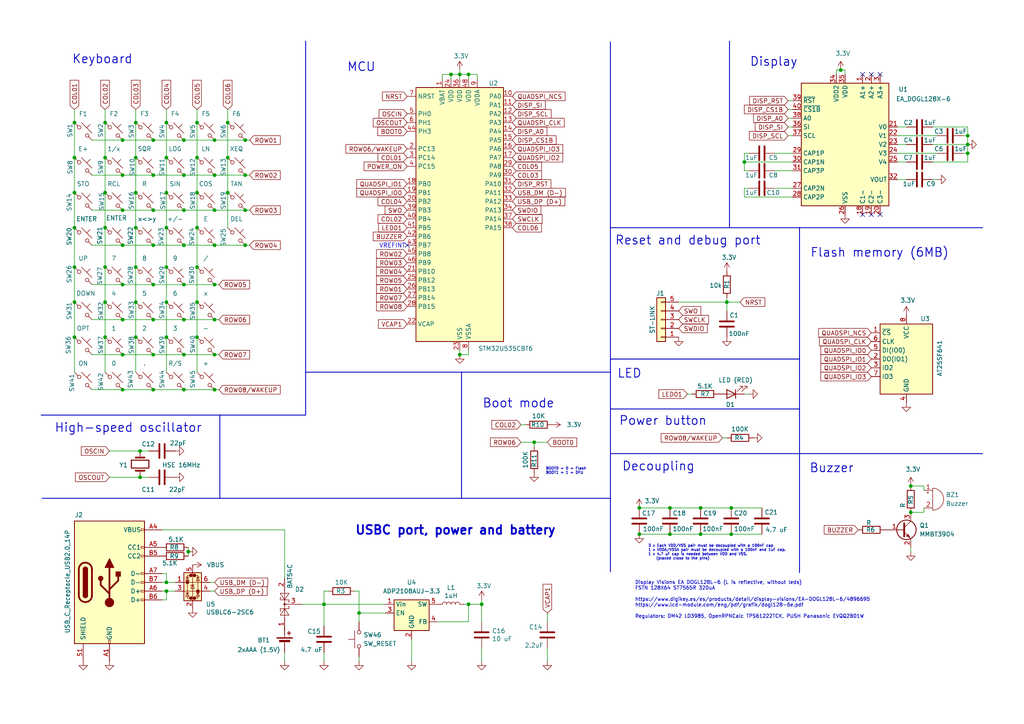
<source format=kicad_sch>
(kicad_sch (version 20231120) (generator "eeschema") (generator_version "8.0")
  (paper "A4")
  (title_block (title "DM50 Calculator") (date "2023-01-13") (rev "0.1"))
  (junction (at 154.94 128.27))
  (junction (at 54.61 160.02))
  (junction (at 185.42 154.94))
  (junction (at 62.23 92.71))
  (junction (at 39.37 35.56))
  (junction (at 71.12 40.64))
  (junction (at 57.15 66.04))
  (junction (at 35.56 92.71))
  (junction (at 48.26 87.63))
  (junction (at 53.34 60.96))
  (junction (at 66.04 45.72))
  (junction (at 30.48 35.56))
  (junction (at 57.15 45.72))
  (junction (at 280.67 44.45))
  (junction (at 62.23 50.8))
  (junction (at 39.37 87.63))
  (junction (at 39.37 45.72))
  (junction (at 133.35 102.87))
  (junction (at 44.45 102.87))
  (junction (at 44.45 82.55))
  (junction (at 194.31 154.94))
  (junction (at 203.2 147.32))
  (junction (at 264.16 148.59))
  (junction (at 71.12 50.8))
  (junction (at 130.81 21.59))
  (junction (at 48.26 77.47))
  (junction (at 30.48 45.72))
  (junction (at 39.37 66.04))
  (junction (at 53.34 50.8))
  (junction (at 57.15 97.79))
  (junction (at 48.26 168.91))
  (junction (at 133.35 21.59))
  (junction (at 48.26 66.04))
  (junction (at 71.12 71.12))
  (junction (at 280.67 39.37))
  (junction (at 48.26 35.56))
  (junction (at 35.56 102.87))
  (junction (at 30.48 55.88))
  (junction (at 93.98 175.26))
  (junction (at 57.15 77.47))
  (junction (at 62.23 102.87))
  (junction (at 104.14 177.8))
  (junction (at 135.89 21.59))
  (junction (at 48.26 45.72))
  (junction (at 185.42 147.32))
  (junction (at 139.7 175.26))
  (junction (at 35.56 71.12))
  (junction (at 48.26 97.79))
  (junction (at 40.64 130.81))
  (junction (at 66.04 55.88))
  (junction (at 53.34 82.55))
  (junction (at 57.15 35.56))
  (junction (at 62.23 113.03))
  (junction (at 39.37 55.88))
  (junction (at 135.89 175.26))
  (junction (at 215.9 46.99))
  (junction (at 39.37 97.79))
  (junction (at 35.56 50.8))
  (junction (at 53.34 92.71))
  (junction (at 35.56 113.03))
  (junction (at 62.23 71.12))
  (junction (at 243.84 20.32))
  (junction (at 280.67 41.91))
  (junction (at 21.59 77.47))
  (junction (at 44.45 50.8))
  (junction (at 212.09 147.32))
  (junction (at 210.82 87.63))
  (junction (at 30.48 77.47))
  (junction (at 21.59 45.72))
  (junction (at 21.59 87.63))
  (junction (at 30.48 66.04))
  (junction (at 21.59 35.56))
  (junction (at 62.23 60.96))
  (junction (at 62.23 40.64))
  (junction (at 53.34 102.87))
  (junction (at 40.64 138.43))
  (junction (at 264.16 140.97))
  (junction (at 21.59 66.04))
  (junction (at 44.45 71.12))
  (junction (at 57.15 55.88))
  (junction (at 48.26 171.45))
  (junction (at 203.2 154.94))
  (junction (at 44.45 40.64))
  (junction (at 35.56 82.55))
  (junction (at 35.56 40.64))
  (junction (at 39.37 77.47))
  (junction (at 53.34 113.03))
  (junction (at 44.45 60.96))
  (junction (at 53.34 71.12))
  (junction (at 44.45 92.71))
  (junction (at 48.26 55.88))
  (junction (at 66.04 35.56))
  (junction (at 62.23 82.55))
  (junction (at 35.56 60.96))
  (junction (at 44.45 113.03))
  (junction (at 194.31 147.32))
  (junction (at 21.59 97.79))
  (junction (at 57.15 87.63))
  (junction (at 30.48 87.63))
  (junction (at 71.12 60.96))
  (junction (at 53.34 40.64))
  (junction (at 212.09 154.94))
  (junction (at 30.48 97.79))
  (junction (at 21.59 55.88))
  (no_connect (at 255.27 62.23))
  (no_connect (at 255.27 21.59))
  (no_connect (at 252.73 21.59))
  (no_connect (at 118.11 71.12))
  (no_connect (at 252.73 62.23))
  (no_connect (at 250.19 62.23))
  (no_connect (at 250.19 21.59))
  (wire (pts (xy 44.45 113.03) (xy 53.34 113.03)))
  (wire (pts (xy 243.84 20.32) (xy 245.11 20.32)))
  (wire (pts (xy 35.56 60.96) (xy 44.45 60.96)))
  (wire (pts (xy 39.37 55.88) (xy 39.37 66.04)))
  (wire (pts (xy 62.23 40.64) (xy 71.12 40.64)))
  (wire (pts (xy 39.37 66.04) (xy 39.37 77.47)))
  (wire (pts (xy 35.56 71.12) (xy 44.45 71.12)))
  (wire (pts (xy 21.59 45.72) (xy 21.59 55.88)))
  (wire (pts (xy 53.34 40.64) (xy 62.23 40.64)))
  (wire (pts (xy 44.45 60.96) (xy 53.34 60.96)))
  (wire (pts (xy 30.48 66.04) (xy 30.48 77.47)))
  (wire (pts (xy 57.15 31.75) (xy 57.15 35.56)))
  (wire (pts (xy 212.09 147.32) (xy 220.98 147.32)))
  (wire (pts (xy 228.6 29.21) (xy 229.87 29.21)))
  (wire (pts (xy 21.59 87.63) (xy 21.59 97.79)))
  (wire (pts (xy 260.35 46.99) (xy 262.89 46.99)))
  (wire (pts (xy 54.61 160.02) (xy 54.61 161.29)))
  (wire (pts (xy 62.23 60.96) (xy 71.12 60.96)))
  (wire (pts (xy 139.7 173.99) (xy 139.7 175.26)))
  (wire (pts (xy 53.34 50.8) (xy 62.23 50.8)))
  (polyline (pts (xy 231.902 131.572) (xy 231.902 108.712)) (stroke (width 0.254)))
  (wire (pts (xy 194.31 154.94) (xy 203.2 154.94)))
  (wire (pts (xy 53.34 60.96) (xy 62.23 60.96)))
  (polyline (pts (xy 231.902 166.116) (xy 231.902 131.572)) (stroke (width 0.254)))
  (wire (pts (xy 46.99 173.99) (xy 48.26 173.99)))
  (wire (pts (xy 280.67 39.37) (xy 280.67 41.91)))
  (wire (pts (xy 267.97 142.24) (xy 267.97 140.97)))
  (wire (pts (xy 21.59 31.75) (xy 21.59 35.56)))
  (wire (pts (xy 264.16 148.59) (xy 267.97 148.59)))
  (wire (pts (xy 260.35 39.37) (xy 271.78 39.37)))
  (polyline (pts (xy 177.038 144.526) (xy 177.038 145.034)))
  (wire (pts (xy 62.23 92.71) (xy 63.5 92.71)))
  (wire (pts (xy 270.51 36.83) (xy 280.67 36.83)))
  (wire (pts (xy 46.99 171.45) (xy 48.26 171.45)))
  (wire (pts (xy 224.79 44.45) (xy 229.87 44.45)))
  (wire (pts (xy 130.81 21.59) (xy 133.35 21.59)))
  (wire (pts (xy 60.96 168.91) (xy 62.23 168.91)))
  (wire (pts (xy 104.14 171.45) (xy 104.14 177.8)))
  (wire (pts (xy 48.26 77.47) (xy 48.26 87.63)))
  (wire (pts (xy 217.17 44.45) (xy 215.9 44.45)))
  (wire (pts (xy 95.25 171.45) (xy 93.98 171.45)))
  (wire (pts (xy 57.15 55.88) (xy 57.15 66.04)))
  (wire (pts (xy 66.04 45.72) (xy 66.04 55.88)))
  (wire (pts (xy 30.48 31.75) (xy 30.48 35.56)))
  (wire (pts (xy 39.37 97.79) (xy 39.37 107.95)))
  (wire (pts (xy 280.67 36.83) (xy 280.67 39.37)))
  (wire (pts (xy 35.56 82.55) (xy 44.45 82.55)))
  (wire (pts (xy 128.27 21.59) (xy 130.81 21.59)))
  (wire (pts (xy 39.37 77.47) (xy 39.37 87.63)))
  (wire (pts (xy 139.7 191.77) (xy 139.7 187.96)))
  (wire (pts (xy 35.56 40.64) (xy 44.45 40.64)))
  (wire (pts (xy 210.82 86.36) (xy 210.82 87.63)))
  (wire (pts (xy 260.35 44.45) (xy 271.78 44.45)))
  (wire (pts (xy 280.67 46.99) (xy 270.51 46.99)))
  (wire (pts (xy 26.67 60.96) (xy 35.56 60.96)))
  (wire (pts (xy 264.16 140.97) (xy 267.97 140.97)))
  (wire (pts (xy 30.48 35.56) (xy 30.48 45.72)))
  (wire (pts (xy 66.04 31.75) (xy 66.04 35.56)))
  (wire (pts (xy 39.37 31.75) (xy 39.37 35.56)))
  (wire (pts (xy 151.13 128.27) (xy 154.94 128.27)))
  (wire (pts (xy 196.85 87.63) (xy 210.82 87.63)))
  (wire (pts (xy 104.14 171.45) (xy 102.87 171.45)))
  (wire (pts (xy 210.82 87.63) (xy 214.63 87.63)))
  (wire (pts (xy 215.9 46.99) (xy 215.9 49.53)))
  (wire (pts (xy 133.35 21.59) (xy 135.89 21.59)))
  (polyline (pts (xy 177.038 118.618) (xy 231.902 118.618)) (stroke (width 0.254)))
  (wire (pts (xy 135.89 175.26) (xy 139.7 175.26)))
  (wire (pts (xy 66.04 35.56) (xy 66.04 45.72)))
  (wire (pts (xy 215.9 49.53) (xy 217.17 49.53)))
  (polyline (pts (xy 63.754 120.396) (xy 63.754 144.526)) (stroke (width 0.254)))
  (wire (pts (xy 21.59 77.47) (xy 21.59 87.63)))
  (wire (pts (xy 87.63 175.26) (xy 93.98 175.26)))
  (wire (pts (xy 199.39 114.3) (xy 200.66 114.3)))
  (wire (pts (xy 62.23 82.55) (xy 63.5 82.55)))
  (wire (pts (xy 154.94 128.27) (xy 158.75 128.27)))
  (wire (pts (xy 139.7 180.34) (xy 139.7 175.26)))
  (wire (pts (xy 245.11 20.32) (xy 245.11 21.59)))
  (wire (pts (xy 93.98 175.26) (xy 111.76 175.26)))
  (wire (pts (xy 21.59 55.88) (xy 21.59 66.04)))
  (polyline (pts (xy 177.038 66.04) (xy 211.328 66.04)) (stroke (width 0.254)))
  (wire (pts (xy 185.42 147.32) (xy 194.31 147.32)))
  (wire (pts (xy 270.51 41.91) (xy 280.67 41.91)))
  (wire (pts (xy 194.31 147.32) (xy 203.2 147.32)))
  (wire (pts (xy 26.67 82.55) (xy 35.56 82.55)))
  (wire (pts (xy 135.89 175.26) (xy 135.89 180.34)))
  (wire (pts (xy 134.62 175.26) (xy 135.89 175.26)))
  (wire (pts (xy 215.9 44.45) (xy 215.9 46.99)))
  (wire (pts (xy 93.98 171.45) (xy 93.98 175.26)))
  (wire (pts (xy 135.89 101.6) (xy 135.89 102.87)))
  (polyline (pts (xy 177.038 120.396) (xy 177.038 120.904)))
  (wire (pts (xy 104.14 177.8) (xy 104.14 180.34)))
  (wire (pts (xy 57.15 87.63) (xy 57.15 97.79)))
  (wire (pts (xy 48.26 31.75) (xy 48.26 35.56)))
  (wire (pts (xy 228.6 31.75) (xy 229.87 31.75)))
  (wire (pts (xy 194.31 154.94) (xy 185.42 154.94)))
  (wire (pts (xy 35.56 50.8) (xy 44.45 50.8)))
  (polyline (pts (xy 231.902 104.14) (xy 231.902 66.04)) (stroke (width 0.254)))
  (wire (pts (xy 62.23 50.8) (xy 71.12 50.8)))
  (wire (pts (xy 57.15 35.56) (xy 57.15 45.72)))
  (wire (pts (xy 57.15 97.79) (xy 57.15 107.95)))
  (wire (pts (xy 93.98 181.61) (xy 93.98 175.26)))
  (wire (pts (xy 212.09 154.94) (xy 220.98 154.94)))
  (wire (pts (xy 71.12 60.96) (xy 72.39 60.96)))
  (wire (pts (xy 21.59 66.04) (xy 21.59 77.47)))
  (wire (pts (xy 271.78 52.07) (xy 270.51 52.07)))
  (wire (pts (xy 60.96 171.45) (xy 62.23 171.45)))
  (wire (pts (xy 35.56 113.03) (xy 44.45 113.03)))
  (wire (pts (xy 71.12 71.12) (xy 72.39 71.12)))
  (wire (pts (xy 26.67 92.71) (xy 35.56 92.71)))
  (wire (pts (xy 48.26 166.37) (xy 48.26 168.91)))
  (wire (pts (xy 279.4 39.37) (xy 280.67 39.37)))
  (wire (pts (xy 26.67 102.87) (xy 35.56 102.87)))
  (wire (pts (xy 93.98 191.77) (xy 93.98 189.23)))
  (wire (pts (xy 57.15 66.04) (xy 57.15 77.47)))
  (wire (pts (xy 133.35 20.32) (xy 133.35 21.59)))
  (wire (pts (xy 48.26 97.79) (xy 48.26 107.95)))
  (wire (pts (xy 62.23 102.87) (xy 63.5 102.87)))
  (polyline (pts (xy 231.902 66.04) (xy 232.156 66.04)))
  (wire (pts (xy 39.37 87.63) (xy 39.37 97.79)))
  (wire (pts (xy 119.38 191.77) (xy 119.38 185.42)))
  (wire (pts (xy 242.57 20.32) (xy 243.84 20.32)))
  (wire (pts (xy 35.56 102.87) (xy 44.45 102.87)))
  (wire (pts (xy 267.97 147.32) (xy 267.97 148.59)))
  (wire (pts (xy 133.35 101.6) (xy 133.35 102.87)))
  (wire (pts (xy 71.12 50.8) (xy 72.39 50.8)))
  (polyline (pts (xy 231.902 104.14) (xy 231.902 108.712)) (stroke (width 0.254)))
  (wire (pts (xy 71.12 40.64) (xy 72.39 40.64)))
  (wire (pts (xy 127 180.34) (xy 135.89 180.34)))
  (wire (pts (xy 53.34 113.03) (xy 62.23 113.03)))
  (wire (pts (xy 228.6 36.83) (xy 229.87 36.83)))
  (wire (pts (xy 53.34 71.12) (xy 62.23 71.12)))
  (wire (pts (xy 48.26 45.72) (xy 48.26 55.88)))
  (wire (pts (xy 53.34 102.87) (xy 62.23 102.87)))
  (polyline (pts (xy 177.038 165.862) (xy 177.038 131.572)) (stroke (width 0.254)))
  (wire (pts (xy 133.35 21.59) (xy 133.35 22.86)))
  (polyline (pts (xy 177.038 131.572) (xy 231.648 131.572)) (stroke (width 0.254)))
  (wire (pts (xy 46.99 166.37) (xy 48.26 166.37)))
  (wire (pts (xy 48.26 171.45) (xy 48.26 173.99)))
  (wire (pts (xy 35.56 92.71) (xy 44.45 92.71)))
  (wire (pts (xy 130.81 21.59) (xy 130.81 22.86)))
  (wire (pts (xy 57.15 77.47) (xy 57.15 87.63)))
  (polyline (pts (xy 211.582 11.938) (xy 211.582 66.04)) (stroke (width 0.254)))
  (wire (pts (xy 21.59 35.56) (xy 21.59 45.72)))
  (polyline (pts (xy 11.938 120.396) (xy 88.646 120.396)) (stroke (width 0.254)))
  (wire (pts (xy 62.23 113.03) (xy 63.5 113.03)))
  (wire (pts (xy 135.89 21.59) (xy 135.89 22.86)))
  (wire (pts (xy 260.35 36.83) (xy 262.89 36.83)))
  (polyline (pts (xy 88.646 12.192) (xy 88.646 12.192)))
  (wire (pts (xy 135.89 21.59) (xy 138.43 21.59)))
  (wire (pts (xy 30.48 87.63) (xy 30.48 97.79)))
  (wire (pts (xy 151.13 123.19) (xy 152.4 123.19)))
  (wire (pts (xy 26.67 40.64) (xy 35.56 40.64)))
  (wire (pts (xy 224.79 49.53) (xy 229.87 49.53)))
  (wire (pts (xy 260.35 41.91) (xy 262.89 41.91)))
  (wire (pts (xy 30.48 55.88) (xy 30.48 66.04)))
  (polyline (pts (xy 133.858 107.95) (xy 133.858 144.526)) (stroke (width 0.254)))
  (wire (pts (xy 31.75 130.81) (xy 40.64 130.81)))
  (wire (pts (xy 280.67 41.91) (xy 280.67 44.45)))
  (polyline (pts (xy 231.902 118.618) (xy 231.902 118.364)))
  (wire (pts (xy 57.15 45.72) (xy 57.15 55.88)))
  (wire (pts (xy 40.64 138.43) (xy 43.18 138.43)))
  (wire (pts (xy 158.75 187.96) (xy 158.75 191.77)))
  (wire (pts (xy 30.48 97.79) (xy 30.48 107.95)))
  (wire (pts (xy 48.26 168.91) (xy 50.8 168.91)))
  (wire (pts (xy 264.16 158.75) (xy 264.16 160.02)))
  (wire (pts (xy 48.26 35.56) (xy 48.26 45.72)))
  (wire (pts (xy 242.57 21.59) (xy 242.57 20.32)))
  (polyline (pts (xy 211.582 66.04) (xy 284.988 66.04)) (stroke (width 0.254)))
  (wire (pts (xy 260.35 52.07) (xy 262.89 52.07)))
  (wire (pts (xy 31.75 138.43) (xy 40.64 138.43)))
  (wire (pts (xy 280.67 44.45) (xy 280.67 46.99)))
  (wire (pts (xy 62.23 71.12) (xy 71.12 71.12)))
  (wire (pts (xy 26.67 113.03) (xy 35.56 113.03)))
  (wire (pts (xy 203.2 154.94) (xy 212.09 154.94)))
  (polyline (pts (xy 88.646 107.95) (xy 177.038 107.95)) (stroke (width 0.254)))
  (wire (pts (xy 228.6 34.29) (xy 229.87 34.29)))
  (wire (pts (xy 210.82 87.63) (xy 210.82 90.17)))
  (wire (pts (xy 39.37 45.72) (xy 39.37 55.88)))
  (polyline (pts (xy 177.038 12.192) (xy 177.038 66.04)) (stroke (width 0.254)))
  (wire (pts (xy 215.9 57.15) (xy 229.87 57.15)))
  (polyline (pts (xy 177.038 104.14) (xy 177.038 66.04)) (stroke (width 0.254)))
  (polyline (pts (xy 12.192 144.526) (xy 177.038 144.526)) (stroke (width 0.254)))
  (wire (pts (xy 82.55 182.88) (xy 82.55 181.61)))
  (polyline (pts (xy 177.038 104.14) (xy 231.902 104.14)) (stroke (width 0.254)))
  (polyline (pts (xy 88.646 11.938) (xy 88.646 120.396)) (stroke (width 0.254)))
  (wire (pts (xy 138.43 21.59) (xy 138.43 22.86)))
  (wire (pts (xy 53.34 82.55) (xy 62.23 82.55)))
  (polyline (pts (xy 231.902 131.572) (xy 284.988 131.572)) (stroke (width 0.254)))
  (wire (pts (xy 104.14 191.77) (xy 104.14 190.5)))
  (wire (pts (xy 209.55 127) (xy 210.82 127)))
  (wire (pts (xy 40.64 130.81) (xy 43.18 130.81)))
  (wire (pts (xy 39.37 35.56) (xy 39.37 45.72)))
  (wire (pts (xy 48.26 171.45) (xy 50.8 171.45)))
  (wire (pts (xy 21.59 97.79) (xy 21.59 107.95)))
  (wire (pts (xy 26.67 71.12) (xy 35.56 71.12)))
  (wire (pts (xy 228.6 39.37) (xy 229.87 39.37)))
  (wire (pts (xy 82.55 153.67) (xy 82.55 167.64)))
  (wire (pts (xy 30.48 77.47) (xy 30.48 87.63)))
  (wire (pts (xy 54.61 158.75) (xy 54.61 160.02)))
  (wire (pts (xy 104.14 177.8) (xy 111.76 177.8)))
  (wire (pts (xy 224.79 54.61) (xy 229.87 54.61)))
  (wire (pts (xy 66.04 55.88) (xy 66.04 66.04)))
  (wire (pts (xy 44.45 40.64) (xy 53.34 40.64)))
  (polyline (pts (xy 177.038 131.318) (xy 177.038 104.14)) (stroke (width 0.254)))
  (wire (pts (xy 48.26 55.88) (xy 48.26 66.04)))
  (wire (pts (xy 44.45 50.8) (xy 53.34 50.8)))
  (wire (pts (xy 26.67 50.8) (xy 35.56 50.8)))
  (wire (pts (xy 44.45 71.12) (xy 53.34 71.12)))
  (wire (pts (xy 82.55 189.23) (xy 82.55 191.77)))
  (wire (pts (xy 82.55 153.67) (xy 46.99 153.67)))
  (polyline (pts (xy 177.038 107.95) (xy 177.038 107.696)) (stroke (width 0.254)))
  (wire (pts (xy 30.48 45.72) (xy 30.48 55.88)))
  (wire (pts (xy 203.2 147.32) (xy 212.09 147.32)))
  (wire (pts (xy 48.26 87.63) (xy 48.26 97.79)))
  (wire (pts (xy 46.99 168.91) (xy 48.26 168.91)))
  (wire (pts (xy 215.9 114.3) (xy 217.17 114.3)))
  (wire (pts (xy 44.45 92.71) (xy 53.34 92.71)))
  (wire (pts (xy 44.45 102.87) (xy 53.34 102.87)))
  (wire (pts (xy 133.35 102.87) (xy 135.89 102.87)))
  (wire (pts (xy 154.94 128.27) (xy 154.94 129.54)))
  (wire (pts (xy 279.4 44.45) (xy 280.67 44.45)))
  (wire (pts (xy 215.9 46.99) (xy 229.87 46.99)))
  (wire (pts (xy 215.9 54.61) (xy 215.9 57.15)))
  (wire (pts (xy 217.17 54.61) (xy 215.9 54.61)))
  (wire (pts (xy 44.45 82.55) (xy 53.34 82.55)))
  (wire (pts (xy 48.26 66.04) (xy 48.26 77.47)))
  (wire (pts (xy 158.75 177.8) (xy 158.75 180.34)))
  (wire (pts (xy 128.27 22.86) (xy 128.27 21.59)))
  (wire (pts (xy 53.34 92.71) (xy 62.23 92.71)))
  (text "High-speed oscillator" (at 15.748 124.206 0) (effects (font (size 2.54 2.54) (thickness 0.254) (bold yes)) (justify left)))
  (text "Reset and debug port" (at 178.308 69.85 0) (effects (font (size 2.54 2.54) (thickness 0.254) (bold yes)) (justify left)))
  (text "BOOT0 = 0 = Flash\nBOOT1 = 1 = DFU" (at 158.242 136.652 0) (effects (font (size 0.762 0.762)) (justify left)))
  (text "LED" (at 186.182 108.458 0) (effects (font (size 2.54 2.54) (thickness 0.254) (bold yes)) (justify right)))
  (text "Decoupling" (at 180.34 135.382 0) (effects (font (size 2.54 2.54) (thickness 0.254) (bold yes)) (justify left)))
  (text "Buzzer" (at 234.696 135.89 0) (effects (font (size 2.54 2.54) (thickness 0.254) (bold yes)) (justify left)))
  (text "VREFINT" (at 113.792 71.374 0) (effects (font (size 1.27 1.27))))
  (text "MCU" (at 100.584 19.558 0) (effects (font (size 2.54 2.54) (thickness 0.254) (bold yes)) (justify left)))
  (text "USBC port, power and battery" (at 102.87 153.924 0) (effects (font (size 2.54 2.54) (thickness 0.508) (bold yes)) (justify left)))
  (text "Keyboard" (at 20.828 17.272 0) (effects (font (size 2.54 2.54) (thickness 0.254) (bold yes)) (justify left)))
  (text "Flash memory (6MB)" (at 234.95 73.406 0) (effects (font (size 2.54 2.54) (thickness 0.254) (bold yes)) (justify left)))
  (text "Display" (at 217.424 18.034 0) (effects (font (size 2.54 2.54) (thickness 0.254) (bold yes)) (justify left)))
  (text "Display Visions EA DOGL128L-6 (L is reflective, without leds)\nFSTN 128X64 ST7565R 320uA\n\nhttps://www.digikey.es/es/products/detail/display-visions/EA-DOGL128L-6/4896695\nhttps://www.lcd-module.com/eng/pdf/grafik/dogl128-6e.pdf\n\nRegulators: DM42 LD3985, OpenRPNCalc TPS61222TCK, PUSH Panasonic EVQQ2B01W" (at 184.15 173.99 0) (effects (font (size 1.016 1.016)) (justify left)))
  (text "Power button" (at 192.278 122.174 0) (effects (font (size 2.54 2.54) (thickness 0.254) (bold yes))))
  (text "Boot mode" (at 150.368 117.094 0) (effects (font (size 2.54 2.54) (thickness 0.254) (bold yes))))
  (text "3 x Each VDD/VSS pair must be decoupled with a 100nF cap\n1 x VDDA/VSSA pair must be decoupled with a 100nF and 1uF cap.\n1 x 4.7 uF cap is needed between VDD and VSS.\n    (placed close to the pins)" (at 187.96 160.274 0) (effects (font (size 0.762 0.762)) (justify left)))
  (global_label "VCAP1" (shape input) (at 118.11 93.98 180) (property "Intersheetrefs" "${INTERSHEET_REFS}" (effects (hide yes))))
  (global_label "QUADSPI_IO0" (shape input) (at 252.73 101.6 180) (property "Intersheetrefs" "${INTERSHEET_REFS}" (effects (hide yes))))
  (global_label "BOOT0" (shape input) (at 158.75 128.27 0) (property "Intersheetrefs" "${INTERSHEET_REFS}" (effects (hide yes))))
  (global_label "BUZZER" (shape input) (at 118.11 68.58 180) (property "Intersheetrefs" "${INTERSHEET_REFS}" (effects (hide yes))))
  (global_label "SWCLK" (shape input) (at 148.59 63.5 0) (property "Intersheetrefs" "${INTERSHEET_REFS}" (effects (hide yes))))
  (global_label "NRST" (shape input) (at 118.11 27.94 180) (property "Intersheetrefs" "${INTERSHEET_REFS}" (effects (hide yes))))
  (global_label "SWDIO" (shape input) (at 196.85 95.25 0) (property "Intersheetrefs" "${INTERSHEET_REFS}" (effects (hide yes))))
  (global_label "COL02" (shape input) (at 30.48 31.75 90) (property "Intersheetrefs" "${INTERSHEET_REFS}" (effects (hide yes))))
  (global_label "QUADSPI_NCS" (shape input) (at 252.73 96.52 180) (property "Intersheetrefs" "${INTERSHEET_REFS}" (effects (hide yes))))
  (global_label "COL06" (shape input) (at 66.04 31.75 90) (property "Intersheetrefs" "${INTERSHEET_REFS}" (effects (hide yes))))
  (global_label "COL06" (shape input) (at 148.59 66.04 0) (property "Intersheetrefs" "${INTERSHEET_REFS}" (effects (hide yes))))
  (global_label "DISP_RST" (shape input) (at 148.59 53.34 0) (property "Intersheetrefs" "${INTERSHEET_REFS}" (effects (hide yes))))
  (global_label "ROW06" (shape input) (at 63.5 92.71 0) (property "Intersheetrefs" "${INTERSHEET_REFS}" (effects (hide yes))))
  (global_label "COL03" (shape input) (at 148.59 50.8 0) (property "Intersheetrefs" "${INTERSHEET_REFS}" (effects (hide yes))))
  (global_label "DISP_CS1B" (shape input) (at 148.59 40.64 0) (property "Intersheetrefs" "${INTERSHEET_REFS}" (effects (hide yes))))
  (global_label "COL01" (shape input) (at 118.11 45.72 180) (property "Intersheetrefs" "${INTERSHEET_REFS}" (effects (hide yes))))
  (global_label "ROW08{slash}WAKEUP" (shape input) (at 209.55 127 180) (property "Intersheetrefs" "${INTERSHEET_REFS}" (effects (hide yes))))
  (global_label "QUADSPI_IO0" (shape input) (at 118.11 55.88 180) (property "Intersheetrefs" "${INTERSHEET_REFS}" (effects (hide yes))))
  (global_label "ROW06{slash}WAKEUP" (shape input) (at 118.11 43.18 180) (property "Intersheetrefs" "${INTERSHEET_REFS}" (effects (hide yes))))
  (global_label "DISP_SI" (shape input) (at 148.59 30.48 0) (property "Intersheetrefs" "${INTERSHEET_REFS}" (effects (hide yes))))
  (global_label "SWO" (shape input) (at 118.11 60.96 180) (property "Intersheetrefs" "${INTERSHEET_REFS}" (effects (hide yes))))
  (global_label "QUADSPI_IO2" (shape input) (at 252.73 106.68 180) (property "Intersheetrefs" "${INTERSHEET_REFS}" (effects (hide yes))))
  (global_label "ROW01" (shape input) (at 118.11 83.82 180) (property "Intersheetrefs" "${INTERSHEET_REFS}" (effects (hide yes))))
  (global_label "COL05" (shape input) (at 148.59 48.26 0) (property "Intersheetrefs" "${INTERSHEET_REFS}" (effects (hide yes))))
  (global_label "OSCOUT" (shape input) (at 31.75 138.43 180) (property "Intersheetrefs" "${INTERSHEET_REFS}" (effects (hide yes))))
  (global_label "USB_DP (D+)" (shape input) (at 62.23 171.45 0) (property "Intersheetrefs" "${INTERSHEET_REFS}" (effects (hide yes))))
  (global_label "QUADSPI_NCS" (shape input) (at 148.59 27.94 0) (property "Intersheetrefs" "${INTERSHEET_REFS}" (effects (hide yes))))
  (global_label "QUADSPI_IO3" (shape input) (at 148.59 43.18 0) (property "Intersheetrefs" "${INTERSHEET_REFS}" (effects (hide yes))))
  (global_label "USB_DM (D-)" (shape input) (at 62.23 168.91 0) (property "Intersheetrefs" "${INTERSHEET_REFS}" (effects (hide yes))))
  (global_label "DISP_RST" (shape input) (at 228.6 29.21 180) (property "Intersheetrefs" "${INTERSHEET_REFS}" (effects (hide yes))))
  (global_label "ROW06" (shape input) (at 151.13 128.27 180) (property "Intersheetrefs" "${INTERSHEET_REFS}" (effects (hide yes))))
  (global_label "OSCOUT" (shape input) (at 118.11 35.56 180) (property "Intersheetrefs" "${INTERSHEET_REFS}" (effects (hide yes))))
  (global_label "USB_DM (D-)" (shape input) (at 148.59 55.88 0) (property "Intersheetrefs" "${INTERSHEET_REFS}" (effects (hide yes))))
  (global_label "ROW04" (shape input) (at 118.11 78.74 180) (property "Intersheetrefs" "${INTERSHEET_REFS}" (effects (hide yes))))
  (global_label "DISP_SI" (shape input) (at 228.6 36.83 180) (property "Intersheetrefs" "${INTERSHEET_REFS}" (effects (hide yes))))
  (global_label "ROW07" (shape input) (at 118.11 86.36 180) (property "Intersheetrefs" "${INTERSHEET_REFS}" (effects (hide yes))))
  (global_label "COL04" (shape input) (at 48.26 31.75 90) (property "Intersheetrefs" "${INTERSHEET_REFS}" (effects (hide yes))))
  (global_label "DISP_A0" (shape input) (at 228.6 34.29 180) (property "Intersheetrefs" "${INTERSHEET_REFS}" (effects (hide yes))))
  (global_label "QUADSPI_IO1" (shape input) (at 118.11 53.34 180) (property "Intersheetrefs" "${INTERSHEET_REFS}" (effects (hide yes))))
  (global_label "VCAP1" (shape input) (at 158.75 177.8 90) (property "Intersheetrefs" "${INTERSHEET_REFS}" (effects (hide yes))))
  (global_label "DISP_SCL" (shape input) (at 148.59 33.02 0) (property "Intersheetrefs" "${INTERSHEET_REFS}" (effects (hide yes))))
  (global_label "COL05" (shape input) (at 57.15 31.75 90) (property "Intersheetrefs" "${INTERSHEET_REFS}" (effects (hide yes))))
  (global_label "BOOT0" (shape input) (at 118.11 38.1 180) (property "Intersheetrefs" "${INTERSHEET_REFS}" (effects (hide yes))))
  (global_label "DISP_SCL" (shape input) (at 228.6 39.37 180) (property "Intersheetrefs" "${INTERSHEET_REFS}" (effects (hide yes))))
  (global_label "ROW08" (shape input) (at 118.11 88.9 180) (property "Intersheetrefs" "${INTERSHEET_REFS}" (effects (hide yes))))
  (global_label "OSCIN" (shape input) (at 118.11 33.02 180) (property "Intersheetrefs" "${INTERSHEET_REFS}" (effects (hide yes))))
  (global_label "QUADSPI_CLK" (shape input) (at 252.73 99.06 180) (property "Intersheetrefs" "${INTERSHEET_REFS}" (effects (hide yes))))
  (global_label "ROW08{slash}WAKEUP" (shape input) (at 63.5 113.03 0) (property "Intersheetrefs" "${INTERSHEET_REFS}" (effects (hide yes))))
  (global_label "ROW05" (shape input) (at 63.5 82.55 0) (property "Intersheetrefs" "${INTERSHEET_REFS}" (effects (hide yes))))
  (global_label "QUADSPI_IO2" (shape input) (at 148.59 45.72 0) (property "Intersheetrefs" "${INTERSHEET_REFS}" (effects (hide yes))))
  (global_label "LED01" (shape input) (at 199.39 114.3 180) (property "Intersheetrefs" "${INTERSHEET_REFS}" (effects (hide yes))))
  (global_label "OSCIN" (shape input) (at 31.75 130.81 180) (property "Intersheetrefs" "${INTERSHEET_REFS}" (effects (hide yes))))
  (global_label "COL04" (shape input) (at 118.11 58.42 180) (property "Intersheetrefs" "${INTERSHEET_REFS}" (effects (hide yes))))
  (global_label "USB_DP (D+)" (shape input) (at 148.59 58.42 0) (property "Intersheetrefs" "${INTERSHEET_REFS}" (effects (hide yes))))
  (global_label "LED01" (shape input) (at 118.11 66.04 180) (property "Intersheetrefs" "${INTERSHEET_REFS}" (effects (hide yes))))
  (global_label "SWCLK" (shape input) (at 196.85 92.71 0) (property "Intersheetrefs" "${INTERSHEET_REFS}" (effects (hide yes))))
  (global_label "ROW07" (shape input) (at 63.5 102.87 0) (property "Intersheetrefs" "${INTERSHEET_REFS}" (effects (hide yes))))
  (global_label "COL03" (shape input) (at 39.37 31.75 90) (property "Intersheetrefs" "${INTERSHEET_REFS}" (effects (hide yes))))
  (global_label "ROW02" (shape input) (at 118.11 73.66 180) (property "Intersheetrefs" "${INTERSHEET_REFS}" (effects (hide yes))))
  (global_label "SWO" (shape input) (at 196.85 90.17 0) (property "Intersheetrefs" "${INTERSHEET_REFS}" (effects (hide yes))))
  (global_label "QUADSPI_CLK" (shape input) (at 148.59 35.56 0) (property "Intersheetrefs" "${INTERSHEET_REFS}" (effects (hide yes))))
  (global_label "DISP_CS1B" (shape input) (at 228.6 31.75 180) (property "Intersheetrefs" "${INTERSHEET_REFS}" (effects (hide yes))))
  (global_label "ROW04" (shape input) (at 72.39 71.12 0) (property "Intersheetrefs" "${INTERSHEET_REFS}" (effects (hide yes))))
  (global_label "NRST" (shape input) (at 214.63 87.63 0) (property "Intersheetrefs" "${INTERSHEET_REFS}" (effects (hide yes))))
  (global_label "ROW02" (shape input) (at 72.39 50.8 0) (property "Intersheetrefs" "${INTERSHEET_REFS}" (effects (hide yes))))
  (global_label "BUZZER" (shape input) (at 248.92 153.67 180) (property "Intersheetrefs" "${INTERSHEET_REFS}" (effects (hide yes))))
  (global_label "SWDIO" (shape input) (at 148.59 60.96 0) (property "Intersheetrefs" "${INTERSHEET_REFS}" (effects (hide yes))))
  (global_label "ROW03" (shape input) (at 72.39 60.96 0) (property "Intersheetrefs" "${INTERSHEET_REFS}" (effects (hide yes))))
  (global_label "ROW01" (shape input) (at 72.39 40.64 0) (property "Intersheetrefs" "${INTERSHEET_REFS}" (effects (hide yes))))
  (global_label "COL01" (shape input) (at 21.59 31.75 90) (property "Intersheetrefs" "${INTERSHEET_REFS}" (effects (hide yes))))
  (global_label "ROW03" (shape input) (at 118.11 76.2 180) (property "Intersheetrefs" "${INTERSHEET_REFS}" (effects (hide yes))))
  (global_label "DISP_A0" (shape input) (at 148.59 38.1 0) (property "Intersheetrefs" "${INTERSHEET_REFS}" (effects (hide yes))))
  (global_label "QUADSPI_IO3" (shape input) (at 252.73 109.22 180) (property "Intersheetrefs" "${INTERSHEET_REFS}" (effects (hide yes))))
  (global_label "COL02" (shape input) (at 151.13 123.19 180) (property "Intersheetrefs" "${INTERSHEET_REFS}" (effects (hide yes))))
  (global_label "QUADSPI_IO1" (shape input) (at 252.73 104.14 180) (property "Intersheetrefs" "${INTERSHEET_REFS}" (effects (hide yes))))
  (global_label "COL02" (shape input) (at 118.11 63.5 180) (property "Intersheetrefs" "${INTERSHEET_REFS}" (effects (hide yes))))
  (global_label "ROW05" (shape input) (at 118.11 81.28 180) (property "Intersheetrefs" "${INTERSHEET_REFS}" (effects (hide yes))))
  (global_label "POWER_ON" (shape input) (at 118.11 48.26 180) (property "Intersheetrefs" "${INTERSHEET_REFS}" (effects (hide yes))))
  (symbol (lib_id "Switch:SW_Push_45deg") (at 59.69 110.49 0) (unit 1)
    (property "Reference" "SW45" (at 55.88 109.982 90))
    (property "Value" "+" (at 59.69 105.41 0))
  )
  (symbol (lib_id "power:+BATT") (at 139.7 173.99 0) (unit 1)
    (property "Reference" "#PWR022" (effects (hide yes)))
    (property "Value" "3.3V" (at 138.176 169.926 0) (effects (justify left)))
  )
  (symbol (lib_id "Display_Graphic:EA_DOGL128X-6") (at 245.11 41.91 0) (unit 1)
    (property "Reference" "U1" (at 260.604 25.908 0) (effects (justify left)))
    (property "Value" "EA_DOGL128X-6" (at 259.842 28.702 0) (effects (justify left)))
    (property "Footprint" "Display:EA_DOGL128-6" (effects (hide yes)))
    (property "Datasheet" "https://www.lcd-module.com/eng/pdf/grafik/dogl128-6e.pdf" (effects (hide yes)))
    (property "Description" "EA DOGL128X-6 Graphical Display 128x64 optional backlight SPI 3.0-3.3V" (effects (hide yes)))
  )
  (symbol (lib_id "power:GND") (at 50.8 138.43 90) (unit 1)
    (property "Reference" "#PWR08" (effects (hide yes)))
    (property "Value" "GND" (effects (hide yes)))
  )
  (symbol (lib_id "Device:C") (at 220.98 44.45 270) (unit 1)
    (property "Reference" "C5" (at 224.282 45.72 90))
    (property "Value" "1uF" (at 217.932 45.72 90))
    (property "Footprint" "Capacitor_SMD:C_0603_1608Metric" (effects (hide yes)))
  )
  (symbol (lib_id "Device:C") (at 275.59 44.45 90) (unit 1)
    (property "Reference" "C6" (at 272.288 43.18 90))
    (property "Value" "1uF" (at 278.638 43.18 90))
    (property "Footprint" "Capacitor_SMD:C_0603_1608Metric" (effects (hide yes)))
  )
  (symbol (lib_id "power:+BATT") (at 185.42 147.32 0) (unit 1)
    (property "Reference" "#PWR026" (effects (hide yes)))
    (property "Value" "3.3V" (at 186.944 145.288 0) (effects (justify left)))
  )
  (symbol (lib_id "Switch:SW_Push_45deg") (at 59.69 80.01 0) (unit 1)
    (property "Reference" "SW30" (at 55.626 79.756 90))
    (property "Value" "/" (at 59.69 74.93 0))
  )
  (symbol (lib_id "Switch:SW_Push_45deg") (at 33.02 110.49 0) (unit 1)
    (property "Reference" "SW42" (at 29.21 110.744 90))
    (property "Value" "0" (at 33.02 105.41 0))
  )
  (symbol (lib_id "power:GND") (at 218.44 127 90) (unit 1)
    (property "Reference" "#PWR032" (effects (hide yes)))
    (property "Value" "GND" (effects (hide yes)))
  )
  (symbol (lib_id "power:GND") (at 154.94 137.16 0) (unit 1)
    (property "Reference" "#PWR033" (effects (hide yes)))
    (property "Value" "GND" (effects (hide yes)))
  )
  (symbol (lib_id "power:+BATT") (at 264.16 140.97 0) (unit 1)
    (property "Reference" "#PWR018" (effects (hide yes)))
    (property "Value" "3.3V" (at 262.636 136.144 0) (effects (justify left)))
  )
  (symbol (lib_id "Device:Buzzer") (at 270.51 144.78 0) (unit 1)
    (property "Reference" "BZ1" (at 274.32 143.5099 0) (effects (justify left)))
    (property "Value" "Buzzer" (at 274.32 146.0499 0) (effects (justify left)))
    (property "Footprint" "Connector:JWT_A3963_1x02_P3.96mm_Vertical" (effects (hide yes)))
    (property "Description" "Buzzer, polarized" (effects (hide yes)))
  )
  (symbol (lib_id "power:GND") (at 93.98 191.77 0) (unit 1)
    (property "Reference" "#PWR023" (effects (hide yes)))
    (property "Value" "GND" (effects (hide yes)))
  )
  (symbol (lib_id "power:GND") (at 210.82 97.79 0) (unit 1)
    (property "Reference" "#PWR05" (effects (hide yes)))
    (property "Value" "GND" (effects (hide yes)))
  )
  (symbol (lib_id "power:GND") (at 31.75 191.77 0) (unit 1)
    (property "Reference" "#PWR029" (effects (hide yes)))
    (property "Value" "GND" (effects (hide yes)))
  )
  (symbol (lib_id "Switch:SW_Push_45deg") (at 33.02 38.1 0) (unit 1)
    (property "Reference" "SW2" (at 29.21 37.846 90))
    (property "Value" "F2" (at 33.02 33.02 0))
  )
  (symbol (lib_id "Switch:SW_Push_45deg") (at 50.8 58.42 0) (unit 1)
    (property "Reference" "SW17" (at 47.244 58.166 90))
    (property "Value" "SIN" (at 50.8 53.34 0))
  )
  (symbol (lib_id "Switch:SW_Push_45deg") (at 41.91 68.58 0) (unit 1)
    (property "Reference" "SW22" (at 37.846 68.326 90))
    (property "Value" "x<>y" (at 42.672 63.5 0))
  )
  (symbol (lib_id "Memory_Flash:W25Q32JVSS") (at 262.89 104.14 0) (unit 1)
    (property "Reference" "U3" (at 266.954 92.456 0) (effects (justify left)))
    (property "Value" "AT25SF641" (at 272.542 109.22 90) (effects (justify left)))
    (property "Footprint" "Package_SO:SOIC-8_5.23x5.23mm_P1.27mm" (effects (hide yes)))
    (property "Datasheet" "http://www.winbond.com/resource-files/w25q32jv%20revg%2003272018%20plus.pdf" (effects (hide yes)))
    (property "Description" "32Mb Serial Flash Memory, Standard/Dual/Quad SPI, SOIC-8" (effects (hide yes)))
  )
  (symbol (lib_id "Device:C") (at 266.7 36.83 90) (unit 1)
    (property "Reference" "C2" (at 263.398 35.56 90))
    (property "Value" "1uF" (at 269.748 35.56 90))
    (property "Footprint" "Capacitor_SMD:C_0603_1608Metric" (effects (hide yes)))
  )
  (symbol (lib_id "Switch:SW_Push_45deg") (at 50.8 100.33 0) (unit 1)
    (property "Reference" "SW39" (at 46.99 100.076 90))
    (property "Value" "3" (at 50.8 95.25 0))
  )
  (symbol (lib_id "MCU_ST_STM32U5:STM32U535CBTx") (at 133.35 63.5 0) (unit 1)
    (property "Reference" "U2" (at 141.732 24.13 0) (effects (justify left)))
    (property "Value" "STM32U535CBT6" (at 138.684 101.092 0) (effects (justify left)))
    (property "Footprint" "Package_QFP:LQFP-48_7x7mm_P0.5mm" (effects (hide yes)))
    (property "Datasheet" "https://www.st.com/resource/en/datasheet/stm32u535cb.pdf" (effects (hide yes)))
    (property "Description" "STMicroelectronics Arm Cortex-M33 MCU, 128KB flash, 274KB RAM, 37 GPIO, LQFP48" (effects (hide yes)))
  )
  (symbol (lib_id "Switch:SW_Push_45deg") (at 68.58 68.58 0) (unit 1)
    (property "Reference" "SW25" (at 64.77 68.834 90))
    (property "Value" "DEL" (at 68.58 63.5 0))
  )
  (symbol (lib_id "power:GND") (at 185.42 154.94 0) (unit 1)
    (property "Reference" "#PWR030" (effects (hide yes)))
    (property "Value" "GND" (effects (hide yes)))
  )
  (symbol (lib_id "Switch:SW_Push_45deg") (at 50.8 90.17 0) (unit 1)
    (property "Reference" "SW34" (at 46.99 89.916 90))
    (property "Value" "6" (at 50.8 85.09 0))
  )
  (symbol (lib_id "Device:C") (at 185.42 151.13 0) (unit 1)
    (property "Reference" "C17" (at 186.182 148.844 0) (effects (justify left)))
    (property "Value" "100nF" (at 186.436 153.416 0) (effects (justify left)))
    (property "Footprint" "Capacitor_SMD:C_0603_1608Metric" (effects (hide yes)))
  )
  (symbol (lib_id "Transistor_BJT:MMBT3904") (at 261.62 153.67 0) (unit 1)
    (property "Reference" "Q1" (at 266.7 152.3999 0) (effects (justify left)))
    (property "Value" "MMBT3904" (at 266.7 154.9399 0) (effects (justify left)))
    (property "Footprint" "Package_TO_SOT_SMD:SOT-23" (effects (hide yes)))
    (property "Datasheet" "https://www.onsemi.com/pdf/datasheet/pzt3904-d.pdf" (effects (hide yes)))
    (property "Description" "0.2A Ic, 40V Vce, Small Signal NPN Transistor, SOT-23" (effects (hide yes)))
  )
  (symbol (lib_id "Switch:SW_Push_45deg") (at 24.13 48.26 0) (unit 1)
    (property "Reference" "SW8" (at 20.32 48.514 90))
    (property "Value" "E+" (at 24.13 43.18 0))
  )
  (symbol (lib_id "Switch:SW_Push_45deg") (at 50.8 110.49 0) (unit 1)
    (property "Reference" "SW44" (at 46.99 109.982 90))
    (property "Value" "R/S" (at 50.8 105.41 0))
  )
  (symbol (lib_id "power:GND") (at 104.14 191.77 0) (unit 1)
    (property "Reference" "#PWR012" (effects (hide yes)))
    (property "Value" "GND" (effects (hide yes)))
  )
  (symbol (lib_id "Device:C") (at 93.98 185.42 0) (unit 1)
    (property "Reference" "C15" (at 89.154 183.134 0) (effects (justify left)))
    (property "Value" "4.7 uF" (at 87.122 188.468 0) (effects (justify left)))
    (property "Footprint" "Capacitor_SMD:C_0603_1608Metric" (effects (hide yes)))
  )
  (symbol (lib_id "Device:R") (at 210.82 82.55 0) (unit 1)
    (property "Reference" "R1" (at 210.82 83.82 90) (effects (justify left)))
    (property "Value" "10k" (at 205.74 82.804 0) (effects (justify left)))
    (property "Footprint" "Resistor_SMD:R_0603_1608Metric" (effects (hide yes)))
  )
  (symbol (lib_id "Switch:SW_Push_45deg") (at 24.13 80.01 0) (unit 1)
    (property "Reference" "SW26" (at 20.066 79.502 90))
    (property "Value" "UP" (at 24.13 74.93 0))
  )
  (symbol (lib_id "Diode:BAT54C") (at 82.55 175.26 90) (unit 1)
    (property "Reference" "D2" (at 86.868 170.942 90))
    (property "Value" "BAT54C" (at 84.074 167.132 0))
    (property "Footprint" "Package_TO_SOT_SMD:SOT-23" (effects (hide yes)))
    (property "Datasheet" "http://www.diodes.com/_files/datasheets/ds11005.pdf" (effects (hide yes)))
    (property "Description" "dual schottky barrier diode, common cathode" (effects (hide yes)))
  )
  (symbol (lib_id "Switch:SW_Push_45deg") (at 50.8 38.1 0) (unit 1)
    (property "Reference" "SW4" (at 46.99 38.1 90))
    (property "Value" "F4" (at 50.8 33.02 0))
  )
  (symbol (lib_id "Device:R") (at 264.16 144.78 0) (unit 1)
    (property "Reference" "R5" (at 264.16 146.304 90) (effects (justify left)))
    (property "Value" "R" (at 261.874 147.32 90) (effects (justify left)))
    (property "Footprint" "Resistor_SMD:R_0603_1608Metric" (effects (hide yes)))
    (property "Description" "Resistor" (effects (hide yes)))
  )
  (symbol (lib_id "Switch:SW_Push") (at 104.14 185.42 90) (unit 1)
    (property "Reference" "SW46" (at 105.41 184.1499 90) (effects (justify right)))
    (property "Value" "SW_RESET" (at 105.41 186.6899 90) (effects (justify right)))
    (property "Description" "Push button switch, generic, two pins" (effects (hide yes)))
  )
  (symbol (lib_id "Device:C") (at 266.7 46.99 90) (unit 1)
    (property "Reference" "C7" (at 263.398 45.72 90))
    (property "Value" "1uF" (at 269.748 45.72 90))
    (property "Footprint" "Capacitor_SMD:C_0603_1608Metric" (effects (hide yes)))
  )
  (symbol (lib_id "Switch:SW_Push_45deg") (at 59.69 58.42 0) (unit 1)
    (property "Reference" "SW18" (at 55.88 58.166 90))
    (property "Value" "COS" (at 59.69 53.34 0))
  )
  (symbol (lib_id "Device:C") (at 220.98 54.61 270) (unit 1)
    (property "Reference" "C10" (at 224.282 55.88 90))
    (property "Value" "1uF" (at 217.932 55.88 90))
    (property "Footprint" "Capacitor_SMD:C_0603_1608Metric" (effects (hide yes)))
  )
  (symbol (lib_id "Switch:SW_Push_45deg") (at 50.8 80.01 0) (unit 1)
    (property "Reference" "SW29" (at 46.99 79.756 90))
    (property "Value" "9" (at 50.8 74.93 0))
  )
  (symbol (lib_id "power:GND") (at 196.85 97.79 0) (unit 1)
    (property "Reference" "#PWR02" (effects (hide yes)))
    (property "Value" "GND" (effects (hide yes)))
  )
  (symbol (lib_id "Switch:SW_Push_45deg") (at 41.91 110.49 0) (unit 1)
    (property "Reference" "SW43" (at 37.846 109.982 90))
    (property "Value" "." (at 41.91 105.41 0))
  )
  (symbol (lib_id "power:GND") (at 217.17 114.3 90) (unit 1)
    (property "Reference" "#PWR019" (effects (hide yes)))
    (property "Value" "GND" (effects (hide yes)))
  )
  (symbol (lib_id "Switch:SW_Push_45deg") (at 50.8 48.26 0) (unit 1)
    (property "Reference" "SW11" (at 46.99 48.514 90))
    (property "Value" "LOG" (at 50.8 43.18 0))
  )
  (symbol (lib_id "Switch:SW_Push_45deg") (at 59.69 68.58 0) (unit 1)
    (property "Reference" "SW24" (at 55.626 68.58 90))
    (property "Value" "E" (at 59.69 63.5 0))
  )
  (symbol (lib_id "Device:C") (at 139.7 184.15 0) (unit 1)
    (property "Reference" "C16" (at 142.6972 182.9816 0) (effects (justify left)))
    (property "Value" "10 uF" (at 142.6972 185.293 0) (effects (justify left)))
    (property "Footprint" "Capacitor_SMD:C_0603_1608Metric" (effects (hide yes)))
  )
  (symbol (lib_id "Device:C") (at 210.82 93.98 0) (unit 1)
    (property "Reference" "C1" (at 211.582 91.44 0) (effects (justify left)))
    (property "Value" "100nF" (at 211.328 96.774 0) (effects (justify left)))
    (property "Footprint" "Capacitor_SMD:C_0603_1608Metric" (effects (hide yes)))
  )
  (symbol (lib_id "Device:C") (at 266.7 52.07 270) (unit 1)
    (property "Reference" "C9" (at 270.002 53.34 90))
    (property "Value" "1uF" (at 263.652 53.34 90))
    (property "Footprint" "Capacitor_SMD:C_0603_1608Metric" (effects (hide yes)))
  )
  (symbol (lib_id "Device:C") (at 46.99 138.43 90) (unit 1)
    (property "Reference" "C11" (at 44.958 141.986 90) (effects (justify left)))
    (property "Value" "22pF" (at 53.848 141.986 90) (effects (justify left)))
    (property "Footprint" "Capacitor_SMD:C_0603_1608Metric" (effects (hide yes)))
  )
  (symbol (lib_id "Power_Protection:USBLC6-2SC6") (at 55.88 168.91 0) (unit 1)
    (property "Reference" "U5" (at 59.69 175.26 0) (effects (justify left)))
    (property "Value" "USBLC6-2SC6" (at 59.69 177.546 0) (effects (justify left)))
    (property "Footprint" "Package_TO_SOT_SMD:SOT-23-6" (effects (hide yes)))
    (property "Datasheet" "https://www.st.com/resource/en/datasheet/usblc6-2.pdf" (effects (hide yes)))
    (property "Description" "Very low capacitance ESD protection diode, 2 data-line, SOT-23-6" (effects (hide yes)))
  )
  (symbol (lib_id "Device:C") (at 194.31 151.13 0) (unit 1)
    (property "Reference" "C18" (at 195.072 148.844 0) (effects (justify left)))
    (property "Value" "100nF" (at 195.072 153.416 0) (effects (justify left)))
    (property "Footprint" "Capacitor_SMD:C_0603_1608Metric" (effects (hide yes)))
  )
  (symbol (lib_id "power:GND") (at 82.55 191.77 0) (unit 1)
    (property "Reference" "#PWR027" (effects (hide yes)))
    (property "Value" "GND" (effects (hide yes)))
  )
  (symbol (lib_id "Switch:SW_Push_45deg") (at 24.13 38.1 0) (unit 1)
    (property "Reference" "SW1" (at 20.32 37.846 90))
    (property "Value" "F1" (at 24.13 33.02 0))
  )
  (symbol (lib_id "Device:L") (at 130.81 175.26 90) (unit 1)
    (property "Reference" "L1" (at 130.81 170.434 90))
    (property "Value" "1uH" (at 130.81 172.7454 90))
    (property "Footprint" "Inductor_SMD:L_0805_2012Metric_Pad1.15x1.40mm_HandSolder" (effects (hide yes)))
  )
  (symbol (lib_id "Device:C") (at 275.59 39.37 90) (unit 1)
    (property "Reference" "C3" (at 272.288 38.1 90))
    (property "Value" "1uF" (at 278.638 38.1 90))
    (property "Footprint" "Capacitor_SMD:C_0603_1608Metric" (effects (hide yes)))
  )
  (symbol (lib_id "Regulator_Switching:ADP2108AUJ-3.3") (at 119.38 177.8 0) (unit 1)
    (property "Reference" "U4" (at 119.38 168.91 0))
    (property "Value" "ADP2108AUJ-3.3" (at 119.38 171.45 0))
    (property "Footprint" "Package_TO_SOT_SMD:TSOT-23-5" (effects (hide yes)))
    (property "Datasheet" "https://www.analog.com/media/en/technical-documentation/data-sheets/ADP2108.pdf" (effects (hide yes)))
    (property "Description" "3MHz switching bucK regulator, 600mA 3.3V output voltage," (effects (hide yes)))
  )
  (symbol (lib_id "Device:R") (at 50.8 161.29 90) (unit 1)
    (property "Reference" "R9" (at 50.546 161.29 90))
    (property "Value" "5.1K" (at 49.276 163.322 90))
    (property "Footprint" "Resistor_SMD:R_0603_1608Metric" (effects (hide yes)))
    (property "Description" "Resistor" (effects (hide yes)))
  )
  (symbol (lib_id "Connector:USB_C_Receptacle_USB2.0_14P") (at 31.75 168.91 0) (unit 1)
    (property "Reference" "J2" (at 22.86 149.352 0))
    (property "Value" "USB_C_Receptacle_USB2.0_14P" (at 19.558 168.656 90))
    (property "Footprint" "Connector_USB:USB_C_Receptacle_GCT_USB4105-xx-A_16P_TopMnt_Horizontal" (effects (hide yes)))
    (property "Datasheet" "https://www.usb.org/sites/default/files/documents/usb_type-c.zip" (effects (hide yes)))
    (property "Description" "USB 2.0-only 14P Type-C Receptacle connector" (effects (hide yes)))
  )
  (symbol (lib_id "Device:LED") (at 212.09 114.3 180) (unit 1)
    (property "Reference" "D1" (at 211.836 117.348 0))
    (property "Value" "LED (RED)" (at 213.36 110.236 0))
    (property "Footprint" "LED_SMD:LED_0603_1608Metric" (effects (hide yes)))
    (property "Description" "Light emitting diode" (effects (hide yes)))
  )
  (symbol (lib_id "Switch:SW_Push_45deg") (at 59.69 90.17 0) (unit 1)
    (property "Reference" "SW35" (at 55.88 90.17 90))
    (property "Value" "x" (at 59.69 85.09 0))
  )
  (symbol (lib_id "Device:C") (at 220.98 151.13 0) (unit 1)
    (property "Reference" "C21" (at 221.742 148.59 0) (effects (justify left)))
    (property "Value" "4.7 uF" (at 221.996 153.67 0) (effects (justify left)))
    (property "Footprint" "Capacitor_SMD:C_0603_1608Metric" (effects (hide yes)))
  )
  (symbol (lib_id "power:GND") (at 280.67 41.91 90) (unit 1)
    (property "Reference" "#PWR06" (effects (hide yes)))
    (property "Value" "GND" (effects (hide yes)))
  )
  (symbol (lib_id "power:GND") (at 271.78 52.07 90) (unit 1)
    (property "Reference" "#PWR07" (effects (hide yes)))
    (property "Value" "GND" (effects (hide yes)))
  )
  (symbol (lib_id "Switch:SW_Push_45deg") (at 33.02 90.17 0) (unit 1)
    (property "Reference" "SW32" (at 29.21 90.17 90))
    (property "Value" "4" (at 33.02 85.09 0))
  )
  (symbol (lib_id "Switch:SW_Push_45deg") (at 41.91 58.42 0) (unit 1)
    (property "Reference" "SW16" (at 38.1 58.166 90))
    (property "Value" "R" (at 41.91 53.34 0))
    (property "Footprint" "Resistor_SMD:R_0603_1608Metric" (effects (hide yes)))
  )
  (symbol (lib_id "Device:Crystal") (at 40.64 134.62 90) (unit 1)
    (property "Reference" "Y1" (at 35.814 134.874 90))
    (property "Value" "HSE 16MHz" (at 52.578 134.874 90))
  )
  (symbol (lib_id "Switch:SW_Push_45deg") (at 41.91 38.1 0) (unit 1)
    (property "Reference" "SW3" (at 38.1 38.1 90))
    (property "Value" "F3" (at 41.91 33.02 0))
  )
  (symbol (lib_id "power:GND") (at 139.7 191.77 0) (unit 1)
    (property "Reference" "#PWR024" (effects (hide yes)))
    (property "Value" "GND" (effects (hide yes)))
  )
  (symbol (lib_id "Switch:SW_Push_45deg") (at 59.69 100.33 0) (unit 1)
    (property "Reference" "SW40" (at 55.88 99.822 90))
    (property "Value" "-" (at 59.69 95.25 0))
  )
  (symbol (lib_id "Switch:SW_Push_45deg") (at 33.02 100.33 0) (unit 1)
    (property "Reference" "SW37" (at 29.21 100.076 90))
    (property "Value" "1" (at 33.02 95.25 0))
  )
  (symbol (lib_id "power:GND") (at 55.88 176.53 0) (unit 1)
    (property "Reference" "#PWR016" (effects (hide yes)))
    (property "Value" "GND" (effects (hide yes)))
  )
  (symbol (lib_id "Device:C") (at 46.99 130.81 90) (unit 1)
    (property "Reference" "C12" (at 44.958 128.778 90) (effects (justify left)))
    (property "Value" "22pF" (at 54.102 128.524 90) (effects (justify left)))
    (property "Footprint" "Capacitor_SMD:C_0603_1608Metric" (effects (hide yes)))
  )
  (symbol (lib_id "Switch:SW_Push_45deg") (at 41.91 48.26 0) (unit 1)
    (property "Reference" "SW10" (at 38.354 48.514 90))
    (property "Value" "SQR" (at 41.91 43.18 0))
  )
  (symbol (lib_id "power:GND") (at 262.89 116.84 0) (unit 1)
    (property "Reference" "#PWR014" (effects (hide yes)))
    (property "Value" "GND" (effects (hide yes)))
  )
  (symbol (lib_id "power:GND") (at 50.8 130.81 90) (unit 1)
    (property "Reference" "#PWR09" (effects (hide yes)))
    (property "Value" "GND" (effects (hide yes)))
  )
  (symbol (lib_id "Switch:SW_Push_45deg") (at 41.91 80.01 0) (unit 1)
    (property "Reference" "SW28" (at 37.846 79.756 90))
    (property "Value" "8" (at 41.91 74.93 0))
  )
  (symbol (lib_id "Switch:SW_Push_45deg") (at 50.8 68.58 0) (unit 1)
    (property "Reference" "SW23" (at 46.736 68.58 90))
    (property "Value" "+/-" (at 50.8 63.5 0))
  )
  (symbol (lib_id "Switch:SW_Push_45deg") (at 33.02 80.01 0) (unit 1)
    (property "Reference" "SW27" (at 28.956 80.01 90))
    (property "Value" "7" (at 33.02 74.93 0))
  )
  (symbol (lib_id "Switch:SW_Push_45deg") (at 59.69 38.1 0) (unit 1)
    (property "Reference" "SW5" (at 55.88 38.1 90))
    (property "Value" "F5" (at 59.69 33.02 0))
  )
  (symbol (lib_id "Device:C") (at 266.7 41.91 90) (unit 1)
    (property "Reference" "C4" (at 263.398 40.64 90))
    (property "Value" "1uF" (at 269.748 40.64 90))
    (property "Footprint" "Capacitor_SMD:C_0603_1608Metric" (effects (hide yes)))
  )
  (symbol (lib_id "Switch:SW_Push_45deg") (at 33.02 48.26 0) (unit 1)
    (property "Reference" "SW9" (at 29.21 48.514 90))
    (property "Value" "1/x" (at 33.02 43.18 0))
  )
  (symbol (lib_id "Switch:SW_Push_45deg") (at 59.69 48.26 0) (unit 1)
    (property "Reference" "SW12" (at 55.88 48.514 90))
    (property "Value" "LN" (at 59.69 43.18 0))
  )
  (symbol (lib_id "power:+BATT") (at 133.35 20.32 0) (unit 1)
    (property "Reference" "#PWR04" (effects (hide yes)))
    (property "Value" "3.3V" (at 131.572 16.256 0) (effects (justify left)))
  )
  (symbol (lib_id "power:+BATT") (at 243.84 20.32 0) (unit 1)
    (property "Reference" "#PWR03" (effects (hide yes)))
    (property "Value" "3.3V" (at 242.316 15.494 0) (effects (justify left)))
  )
  (symbol (lib_id "Switch:SW_Push_45deg") (at 33.02 68.58 0) (unit 1)
    (property "Reference" "SW21" (at 28.956 68.326 90))
    (property "Value" "ENTER" (at 33.782 63.246 0))
  )
  (symbol (lib_id "Device:R") (at 204.47 114.3 90) (unit 1)
    (property "Reference" "R7" (at 204.47 114.3 90))
    (property "Value" "5.1K" (at 204.47 112.014 90))
    (property "Footprint" "Resistor_SMD:R_0603_1608Metric" (effects (hide yes)))
    (property "Description" "Resistor" (effects (hide yes)))
  )
  (symbol (lib_id "Device:C") (at 212.09 151.13 0) (unit 1)
    (property "Reference" "C20" (at 212.852 148.844 0) (effects (justify left)))
    (property "Value" "100nF" (at 212.852 153.416 0) (effects (justify left)))
    (property "Footprint" "Capacitor_SMD:C_0603_1608Metric" (effects (hide yes)))
  )
  (symbol (lib_id "Device:Battery_Cell") (at 82.55 186.69 0) (unit 1)
    (property "Reference" "BT1" (at 74.676 185.674 0) (effects (justify left)))
    (property "Value" "2xAAA (1.5V)" (at 68.834 188.468 0) (effects (justify left)))
    (property "Footprint" "Battery:BatteryHolder_Keystone_2468_2xAAA" (effects (hide yes)))
    (property "Description" "Single-cell battery" (effects (hide yes)))
  )
  (symbol (lib_id "Switch:SW_Push_45deg") (at 68.58 48.26 0) (unit 1)
    (property "Reference" "SW13" (at 64.77 48.514 90))
    (property "Value" "XEQ" (at 68.58 43.18 0))
  )
  (symbol (lib_id "power:+BATT") (at 55.88 163.83 270) (unit 1)
    (property "Reference" "#PWR017" (effects (hide yes)))
    (property "Value" "VBUS" (at 59.944 163.83 90) (effects (justify left)))
  )
  (symbol (lib_id "power:GND") (at 24.13 191.77 0) (unit 1)
    (property "Reference" "#PWR028" (effects (hide yes)))
    (property "Value" "GND" (effects (hide yes)))
  )
  (symbol (lib_id "Device:R") (at 252.73 153.67 90) (unit 1)
    (property "Reference" "R6" (at 252.476 153.67 90))
    (property "Value" "R" (at 251.968 151.638 90))
    (property "Footprint" "Resistor_SMD:R_0603_1608Metric" (effects (hide yes)))
    (property "Description" "Resistor" (effects (hide yes)))
  )
  (symbol (lib_id "Switch:SW_Push_45deg") (at 68.58 58.42 0) (unit 1)
    (property "Reference" "SW19" (at 64.77 58.166 90))
    (property "Value" "TAN" (at 68.58 53.34 0))
  )
  (symbol (lib_id "power:GND") (at 245.11 62.23 0) (unit 1)
    (property "Reference" "#PWR010" (effects (hide yes)))
    (property "Value" "GND" (effects (hide yes)))
  )
  (symbol (lib_id "power:+BATT") (at 210.82 78.74 0) (unit 1)
    (property "Reference" "#PWR01" (effects (hide yes)))
    (property "Value" "3.3V" (at 209.296 74.676 0) (effects (justify left)))
  )
  (symbol (lib_id "power:GND") (at 264.16 160.02 0) (unit 1)
    (property "Reference" "#PWR020" (effects (hide yes)))
    (property "Value" "GND" (effects (hide yes)))
  )
  (symbol (lib_id "Switch:SW_Push_45deg") (at 24.13 100.33 0) (unit 1)
    (property "Reference" "SW36" (at 19.812 100.076 90))
    (property "Value" "OPT" (at 24.13 95.25 0))
  )
  (symbol (lib_id "Device:R") (at 99.06 171.45 90) (unit 1)
    (property "Reference" "R3" (at 98.806 171.45 90))
    (property "Value" "10K" (at 99.06 168.91 90))
    (property "Footprint" "Resistor_SMD:R_0603_1608Metric" (effects (hide yes)))
    (property "Description" "Resistor" (effects (hide yes)))
  )
  (symbol (lib_id "power:GND") (at 119.38 191.77 0) (unit 1)
    (property "Reference" "#PWR025" (effects (hide yes)))
    (property "Value" "GND" (effects (hide yes)))
  )
  (symbol (lib_id "Device:C") (at 203.2 151.13 0) (unit 1)
    (property "Reference" "C19" (at 203.962 148.844 0) (effects (justify left)))
    (property "Value" "100nF" (at 203.708 153.416 0) (effects (justify left)))
    (property "Footprint" "Capacitor_SMD:C_0603_1608Metric" (effects (hide yes)))
  )
  (symbol (lib_id "power:GND") (at 133.35 102.87 0) (unit 1)
    (property "Reference" "#PWR015" (effects (hide yes)))
    (property "Value" "GND" (effects (hide yes)))
  )
  (symbol (lib_id "power:+BATT") (at 160.02 123.19 270) (unit 1)
    (property "Reference" "#PWR034" (effects (hide yes)))
    (property "Value" "3.3V" (at 164.338 123.19 90) (effects (justify left)))
  )
  (symbol (lib_id "Switch:SW_Push_45deg") (at 41.91 100.33 0) (unit 1)
    (property "Reference" "SW38" (at 38.1 100.076 90))
    (property "Value" "2" (at 41.91 95.25 0))
  )
  (symbol (lib_id "Switch:SW_Push_45deg") (at 24.13 68.58 0) (unit 1)
    (property "Reference" "SW20" (at 20.066 68.58 90))
    (property "Value" "ENTER" (at 25.146 63.5 0))
  )
  (symbol (lib_id "Switch:SW_Push_45deg") (at 33.02 58.42 0) (unit 1)
    (property "Reference" "SW15" (at 29.464 58.42 90))
    (property "Value" "RCL" (at 33.02 53.34 0))
  )
  (symbol (lib_id "Switch:SW_Push_45deg") (at 24.13 90.17 0) (unit 1)
    (property "Reference" "SW31" (at 20.066 90.17 90))
    (property "Value" "DOWN" (at 24.892 85.09 0))
  )
  (symbol (lib_id "Device:R") (at 214.63 127 90) (unit 1)
    (property "Reference" "R4" (at 214.376 127 90))
    (property "Value" "100K" (at 214.63 124.46 90))
    (property "Footprint" "Resistor_SMD:R_0603_1608Metric" (effects (hide yes)))
    (property "Description" "Resistor" (effects (hide yes)))
  )
  (symbol (lib_id "Switch:SW_Push_45deg") (at 41.91 90.17 0) (unit 1)
    (property "Reference" "SW33" (at 38.1 89.916 90))
    (property "Value" "5" (at 41.91 85.09 0))
  )
  (symbol (lib_id "Connector_Generic:Conn_01x05") (at 191.77 92.71 180) (unit 1)
    (property "Reference" "J1" (at 191.516 85.09 0))
    (property "Value" "ST-LINK" (at 189.23 92.71 90))
    (property "Description" "Generic connector, single row, 01x05, script generated (kicad-library-utils/schlib/autogen/connector/)" (effects (hide yes)))
  )
  (symbol (lib_id "power:+BATT") (at 262.89 91.44 0) (unit 1)
    (property "Reference" "#PWR011" (effects (hide yes)))
    (property "Value" "3.3V" (at 261.112 87.122 0) (effects (justify left)))
  )
  (symbol (lib_id "Switch:SW_Push_45deg") (at 24.13 58.42 0) (unit 1)
    (property "Reference" "SW14" (at 20.066 58.674 90))
    (property "Value" "STO" (at 24.13 53.34 0))
  )
  (symbol (lib_id "Device:R") (at 50.8 158.75 90) (unit 1)
    (property "Reference" "R8" (at 50.546 158.75 90))
    (property "Value" "5.1K" (at 51.054 156.464 90))
    (property "Footprint" "Resistor_SMD:R_0603_1608Metric" (effects (hide yes)))
    (property "Description" "Resistor" (effects (hide yes)))
  )
  (symbol (lib_id "power:GND") (at 54.61 160.02 90) (unit 1)
    (property "Reference" "#PWR021" (effects (hide yes)))
    (property "Value" "GND" (effects (hide yes)))
  )
  (symbol (lib_id "Device:R") (at 156.21 123.19 90) (unit 1)
    (property "Reference" "R10" (at 155.956 123.19 90))
    (property "Value" "10K" (at 156.21 120.65 90))
    (property "Footprint" "Resistor_SMD:R_0603_1608Metric" (effects (hide yes)))
    (property "Description" "Resistor" (effects (hide yes)))
  )
  (symbol (lib_id "Switch:SW_Push_45deg") (at 68.58 38.1 0) (unit 1)
    (property "Reference" "SW6" (at 64.77 38.1 90))
    (property "Value" "F6" (at 68.58 33.02 0))
  )
  (symbol (lib_id "Device:R") (at 154.94 133.35 180) (unit 1)
    (property "Reference" "R11" (at 154.94 133.604 90))
    (property "Value" "100K" (at 152.4 133.35 90))
    (property "Footprint" "Resistor_SMD:R_0603_1608Metric" (effects (hide yes)))
    (property "Description" "Resistor" (effects (hide yes)))
  )
  (symbol (lib_id "power:GND") (at 158.75 191.77 0) (unit 1)
    (property "Reference" "#PWR031" (effects (hide yes)))
    (property "Value" "GND" (effects (hide yes)))
  )
  (symbol (lib_id "Switch:SW_Push_45deg") (at 24.13 110.49 0) (unit 1)
    (property "Reference" "SW41" (at 20.828 110.998 90))
    (property "Value" "ON" (at 24.13 105.41 0))
  )
  (symbol (lib_id "Device:C") (at 220.98 49.53 270) (unit 1)
    (property "Reference" "C8" (at 224.282 50.8 90))
    (property "Value" "1uF" (at 217.932 50.8 90))
    (property "Footprint" "Capacitor_SMD:C_0603_1608Metric" (effects (hide yes)))
  )
  (symbol (lib_id "Device:C") (at 158.75 184.15 0) (unit 1)
    (property "Reference" "C14" (at 153.416 181.864 0) (effects (justify left)))
    (property "Value" "2.2uF" (at 152.146 187.198 0) (effects (justify left)))
    (property "Footprint" "Capacitor_SMD:C_0603_1608Metric" (effects (hide yes)))
  )
)
</source>
